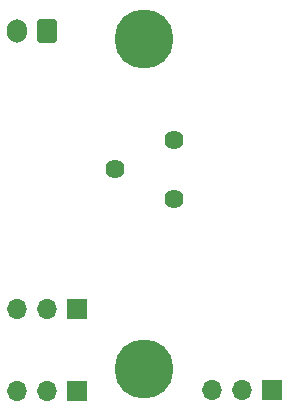
<source format=gbr>
%TF.GenerationSoftware,KiCad,Pcbnew,(6.0.6)*%
%TF.CreationDate,2023-03-16T19:41:57-05:00*%
%TF.ProjectId,Magic_Wand_Timer,4d616769-635f-4576-916e-645f54696d65,rev?*%
%TF.SameCoordinates,Original*%
%TF.FileFunction,Soldermask,Bot*%
%TF.FilePolarity,Negative*%
%FSLAX46Y46*%
G04 Gerber Fmt 4.6, Leading zero omitted, Abs format (unit mm)*
G04 Created by KiCad (PCBNEW (6.0.6)) date 2023-03-16 19:41:57*
%MOMM*%
%LPD*%
G01*
G04 APERTURE LIST*
G04 Aperture macros list*
%AMRoundRect*
0 Rectangle with rounded corners*
0 $1 Rounding radius*
0 $2 $3 $4 $5 $6 $7 $8 $9 X,Y pos of 4 corners*
0 Add a 4 corners polygon primitive as box body*
4,1,4,$2,$3,$4,$5,$6,$7,$8,$9,$2,$3,0*
0 Add four circle primitives for the rounded corners*
1,1,$1+$1,$2,$3*
1,1,$1+$1,$4,$5*
1,1,$1+$1,$6,$7*
1,1,$1+$1,$8,$9*
0 Add four rect primitives between the rounded corners*
20,1,$1+$1,$2,$3,$4,$5,0*
20,1,$1+$1,$4,$5,$6,$7,0*
20,1,$1+$1,$6,$7,$8,$9,0*
20,1,$1+$1,$8,$9,$2,$3,0*%
G04 Aperture macros list end*
%ADD10R,1.700000X1.700000*%
%ADD11O,1.700000X1.700000*%
%ADD12C,5.000000*%
%ADD13RoundRect,0.250000X0.600000X0.750000X-0.600000X0.750000X-0.600000X-0.750000X0.600000X-0.750000X0*%
%ADD14O,1.700000X2.000000*%
%ADD15C,1.620000*%
G04 APERTURE END LIST*
D10*
%TO.C,J2*%
X177165000Y-121175000D03*
D11*
X174625000Y-121175000D03*
X172085000Y-121175000D03*
%TD*%
D12*
%TO.C,H2*%
X166370000Y-91440000D03*
%TD*%
D10*
%TO.C,J3*%
X160655000Y-121285000D03*
D11*
X158115000Y-121285000D03*
X155575000Y-121285000D03*
%TD*%
D10*
%TO.C,J1*%
X160655000Y-114300000D03*
D11*
X158115000Y-114300000D03*
X155575000Y-114300000D03*
%TD*%
D13*
%TO.C,J4*%
X158115000Y-90805000D03*
D14*
X155615000Y-90805000D03*
%TD*%
D12*
%TO.C,H1*%
X166370000Y-119380000D03*
%TD*%
D15*
%TO.C,RV1*%
X168870000Y-104989000D03*
X163870000Y-102489000D03*
X168870000Y-99989000D03*
%TD*%
M02*

</source>
